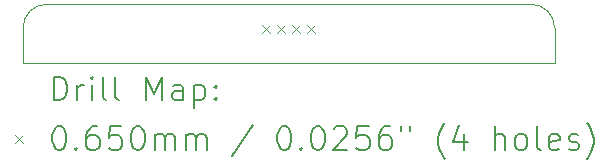
<source format=gbr>
%TF.GenerationSoftware,KiCad,Pcbnew,8.0.7-8.0.7-0~ubuntu24.04.1*%
%TF.CreationDate,2024-12-31T11:03:13-07:00*%
%TF.ProjectId,End Cap,456e6420-4361-4702-9e6b-696361645f70,rev?*%
%TF.SameCoordinates,Original*%
%TF.FileFunction,Drillmap*%
%TF.FilePolarity,Positive*%
%FSLAX45Y45*%
G04 Gerber Fmt 4.5, Leading zero omitted, Abs format (unit mm)*
G04 Created by KiCad (PCBNEW 8.0.7-8.0.7-0~ubuntu24.04.1) date 2024-12-31 11:03:13*
%MOMM*%
%LPD*%
G01*
G04 APERTURE LIST*
%ADD10C,0.050000*%
%ADD11C,0.200000*%
%ADD12C,0.100000*%
G04 APERTURE END LIST*
D10*
X12030000Y-9370000D02*
X12030000Y-9070000D01*
X12230000Y-8870000D02*
X16330000Y-8870000D01*
X16530000Y-9370000D02*
X12030000Y-9370000D01*
X12030000Y-9070000D02*
G75*
G02*
X12230000Y-8870000I200000J0D01*
G01*
X16330000Y-8870000D02*
G75*
G02*
X16530000Y-9070000I0J-200000D01*
G01*
X16530000Y-9070000D02*
X16530000Y-9370000D01*
D11*
D12*
X14056500Y-9047500D02*
X14121500Y-9112500D01*
X14121500Y-9047500D02*
X14056500Y-9112500D01*
X14183500Y-9047500D02*
X14248500Y-9112500D01*
X14248500Y-9047500D02*
X14183500Y-9112500D01*
X14310500Y-9047500D02*
X14375500Y-9112500D01*
X14375500Y-9047500D02*
X14310500Y-9112500D01*
X14437500Y-9047500D02*
X14502500Y-9112500D01*
X14502500Y-9047500D02*
X14437500Y-9112500D01*
D11*
X12288277Y-9683984D02*
X12288277Y-9483984D01*
X12288277Y-9483984D02*
X12335896Y-9483984D01*
X12335896Y-9483984D02*
X12364467Y-9493508D01*
X12364467Y-9493508D02*
X12383515Y-9512555D01*
X12383515Y-9512555D02*
X12393039Y-9531603D01*
X12393039Y-9531603D02*
X12402562Y-9569698D01*
X12402562Y-9569698D02*
X12402562Y-9598270D01*
X12402562Y-9598270D02*
X12393039Y-9636365D01*
X12393039Y-9636365D02*
X12383515Y-9655412D01*
X12383515Y-9655412D02*
X12364467Y-9674460D01*
X12364467Y-9674460D02*
X12335896Y-9683984D01*
X12335896Y-9683984D02*
X12288277Y-9683984D01*
X12488277Y-9683984D02*
X12488277Y-9550650D01*
X12488277Y-9588746D02*
X12497801Y-9569698D01*
X12497801Y-9569698D02*
X12507324Y-9560174D01*
X12507324Y-9560174D02*
X12526372Y-9550650D01*
X12526372Y-9550650D02*
X12545420Y-9550650D01*
X12612086Y-9683984D02*
X12612086Y-9550650D01*
X12612086Y-9483984D02*
X12602562Y-9493508D01*
X12602562Y-9493508D02*
X12612086Y-9503031D01*
X12612086Y-9503031D02*
X12621610Y-9493508D01*
X12621610Y-9493508D02*
X12612086Y-9483984D01*
X12612086Y-9483984D02*
X12612086Y-9503031D01*
X12735896Y-9683984D02*
X12716848Y-9674460D01*
X12716848Y-9674460D02*
X12707324Y-9655412D01*
X12707324Y-9655412D02*
X12707324Y-9483984D01*
X12840658Y-9683984D02*
X12821610Y-9674460D01*
X12821610Y-9674460D02*
X12812086Y-9655412D01*
X12812086Y-9655412D02*
X12812086Y-9483984D01*
X13069229Y-9683984D02*
X13069229Y-9483984D01*
X13069229Y-9483984D02*
X13135896Y-9626841D01*
X13135896Y-9626841D02*
X13202562Y-9483984D01*
X13202562Y-9483984D02*
X13202562Y-9683984D01*
X13383515Y-9683984D02*
X13383515Y-9579222D01*
X13383515Y-9579222D02*
X13373991Y-9560174D01*
X13373991Y-9560174D02*
X13354943Y-9550650D01*
X13354943Y-9550650D02*
X13316848Y-9550650D01*
X13316848Y-9550650D02*
X13297801Y-9560174D01*
X13383515Y-9674460D02*
X13364467Y-9683984D01*
X13364467Y-9683984D02*
X13316848Y-9683984D01*
X13316848Y-9683984D02*
X13297801Y-9674460D01*
X13297801Y-9674460D02*
X13288277Y-9655412D01*
X13288277Y-9655412D02*
X13288277Y-9636365D01*
X13288277Y-9636365D02*
X13297801Y-9617317D01*
X13297801Y-9617317D02*
X13316848Y-9607793D01*
X13316848Y-9607793D02*
X13364467Y-9607793D01*
X13364467Y-9607793D02*
X13383515Y-9598270D01*
X13478753Y-9550650D02*
X13478753Y-9750650D01*
X13478753Y-9560174D02*
X13497801Y-9550650D01*
X13497801Y-9550650D02*
X13535896Y-9550650D01*
X13535896Y-9550650D02*
X13554943Y-9560174D01*
X13554943Y-9560174D02*
X13564467Y-9569698D01*
X13564467Y-9569698D02*
X13573991Y-9588746D01*
X13573991Y-9588746D02*
X13573991Y-9645889D01*
X13573991Y-9645889D02*
X13564467Y-9664936D01*
X13564467Y-9664936D02*
X13554943Y-9674460D01*
X13554943Y-9674460D02*
X13535896Y-9683984D01*
X13535896Y-9683984D02*
X13497801Y-9683984D01*
X13497801Y-9683984D02*
X13478753Y-9674460D01*
X13659705Y-9664936D02*
X13669229Y-9674460D01*
X13669229Y-9674460D02*
X13659705Y-9683984D01*
X13659705Y-9683984D02*
X13650182Y-9674460D01*
X13650182Y-9674460D02*
X13659705Y-9664936D01*
X13659705Y-9664936D02*
X13659705Y-9683984D01*
X13659705Y-9560174D02*
X13669229Y-9569698D01*
X13669229Y-9569698D02*
X13659705Y-9579222D01*
X13659705Y-9579222D02*
X13650182Y-9569698D01*
X13650182Y-9569698D02*
X13659705Y-9560174D01*
X13659705Y-9560174D02*
X13659705Y-9579222D01*
D12*
X11962500Y-9980000D02*
X12027500Y-10045000D01*
X12027500Y-9980000D02*
X11962500Y-10045000D01*
D11*
X12326372Y-9903984D02*
X12345420Y-9903984D01*
X12345420Y-9903984D02*
X12364467Y-9913508D01*
X12364467Y-9913508D02*
X12373991Y-9923031D01*
X12373991Y-9923031D02*
X12383515Y-9942079D01*
X12383515Y-9942079D02*
X12393039Y-9980174D01*
X12393039Y-9980174D02*
X12393039Y-10027793D01*
X12393039Y-10027793D02*
X12383515Y-10065889D01*
X12383515Y-10065889D02*
X12373991Y-10084936D01*
X12373991Y-10084936D02*
X12364467Y-10094460D01*
X12364467Y-10094460D02*
X12345420Y-10103984D01*
X12345420Y-10103984D02*
X12326372Y-10103984D01*
X12326372Y-10103984D02*
X12307324Y-10094460D01*
X12307324Y-10094460D02*
X12297801Y-10084936D01*
X12297801Y-10084936D02*
X12288277Y-10065889D01*
X12288277Y-10065889D02*
X12278753Y-10027793D01*
X12278753Y-10027793D02*
X12278753Y-9980174D01*
X12278753Y-9980174D02*
X12288277Y-9942079D01*
X12288277Y-9942079D02*
X12297801Y-9923031D01*
X12297801Y-9923031D02*
X12307324Y-9913508D01*
X12307324Y-9913508D02*
X12326372Y-9903984D01*
X12478753Y-10084936D02*
X12488277Y-10094460D01*
X12488277Y-10094460D02*
X12478753Y-10103984D01*
X12478753Y-10103984D02*
X12469229Y-10094460D01*
X12469229Y-10094460D02*
X12478753Y-10084936D01*
X12478753Y-10084936D02*
X12478753Y-10103984D01*
X12659705Y-9903984D02*
X12621610Y-9903984D01*
X12621610Y-9903984D02*
X12602562Y-9913508D01*
X12602562Y-9913508D02*
X12593039Y-9923031D01*
X12593039Y-9923031D02*
X12573991Y-9951603D01*
X12573991Y-9951603D02*
X12564467Y-9989698D01*
X12564467Y-9989698D02*
X12564467Y-10065889D01*
X12564467Y-10065889D02*
X12573991Y-10084936D01*
X12573991Y-10084936D02*
X12583515Y-10094460D01*
X12583515Y-10094460D02*
X12602562Y-10103984D01*
X12602562Y-10103984D02*
X12640658Y-10103984D01*
X12640658Y-10103984D02*
X12659705Y-10094460D01*
X12659705Y-10094460D02*
X12669229Y-10084936D01*
X12669229Y-10084936D02*
X12678753Y-10065889D01*
X12678753Y-10065889D02*
X12678753Y-10018270D01*
X12678753Y-10018270D02*
X12669229Y-9999222D01*
X12669229Y-9999222D02*
X12659705Y-9989698D01*
X12659705Y-9989698D02*
X12640658Y-9980174D01*
X12640658Y-9980174D02*
X12602562Y-9980174D01*
X12602562Y-9980174D02*
X12583515Y-9989698D01*
X12583515Y-9989698D02*
X12573991Y-9999222D01*
X12573991Y-9999222D02*
X12564467Y-10018270D01*
X12859705Y-9903984D02*
X12764467Y-9903984D01*
X12764467Y-9903984D02*
X12754943Y-9999222D01*
X12754943Y-9999222D02*
X12764467Y-9989698D01*
X12764467Y-9989698D02*
X12783515Y-9980174D01*
X12783515Y-9980174D02*
X12831134Y-9980174D01*
X12831134Y-9980174D02*
X12850182Y-9989698D01*
X12850182Y-9989698D02*
X12859705Y-9999222D01*
X12859705Y-9999222D02*
X12869229Y-10018270D01*
X12869229Y-10018270D02*
X12869229Y-10065889D01*
X12869229Y-10065889D02*
X12859705Y-10084936D01*
X12859705Y-10084936D02*
X12850182Y-10094460D01*
X12850182Y-10094460D02*
X12831134Y-10103984D01*
X12831134Y-10103984D02*
X12783515Y-10103984D01*
X12783515Y-10103984D02*
X12764467Y-10094460D01*
X12764467Y-10094460D02*
X12754943Y-10084936D01*
X12993039Y-9903984D02*
X13012086Y-9903984D01*
X13012086Y-9903984D02*
X13031134Y-9913508D01*
X13031134Y-9913508D02*
X13040658Y-9923031D01*
X13040658Y-9923031D02*
X13050182Y-9942079D01*
X13050182Y-9942079D02*
X13059705Y-9980174D01*
X13059705Y-9980174D02*
X13059705Y-10027793D01*
X13059705Y-10027793D02*
X13050182Y-10065889D01*
X13050182Y-10065889D02*
X13040658Y-10084936D01*
X13040658Y-10084936D02*
X13031134Y-10094460D01*
X13031134Y-10094460D02*
X13012086Y-10103984D01*
X13012086Y-10103984D02*
X12993039Y-10103984D01*
X12993039Y-10103984D02*
X12973991Y-10094460D01*
X12973991Y-10094460D02*
X12964467Y-10084936D01*
X12964467Y-10084936D02*
X12954943Y-10065889D01*
X12954943Y-10065889D02*
X12945420Y-10027793D01*
X12945420Y-10027793D02*
X12945420Y-9980174D01*
X12945420Y-9980174D02*
X12954943Y-9942079D01*
X12954943Y-9942079D02*
X12964467Y-9923031D01*
X12964467Y-9923031D02*
X12973991Y-9913508D01*
X12973991Y-9913508D02*
X12993039Y-9903984D01*
X13145420Y-10103984D02*
X13145420Y-9970650D01*
X13145420Y-9989698D02*
X13154943Y-9980174D01*
X13154943Y-9980174D02*
X13173991Y-9970650D01*
X13173991Y-9970650D02*
X13202563Y-9970650D01*
X13202563Y-9970650D02*
X13221610Y-9980174D01*
X13221610Y-9980174D02*
X13231134Y-9999222D01*
X13231134Y-9999222D02*
X13231134Y-10103984D01*
X13231134Y-9999222D02*
X13240658Y-9980174D01*
X13240658Y-9980174D02*
X13259705Y-9970650D01*
X13259705Y-9970650D02*
X13288277Y-9970650D01*
X13288277Y-9970650D02*
X13307324Y-9980174D01*
X13307324Y-9980174D02*
X13316848Y-9999222D01*
X13316848Y-9999222D02*
X13316848Y-10103984D01*
X13412086Y-10103984D02*
X13412086Y-9970650D01*
X13412086Y-9989698D02*
X13421610Y-9980174D01*
X13421610Y-9980174D02*
X13440658Y-9970650D01*
X13440658Y-9970650D02*
X13469229Y-9970650D01*
X13469229Y-9970650D02*
X13488277Y-9980174D01*
X13488277Y-9980174D02*
X13497801Y-9999222D01*
X13497801Y-9999222D02*
X13497801Y-10103984D01*
X13497801Y-9999222D02*
X13507324Y-9980174D01*
X13507324Y-9980174D02*
X13526372Y-9970650D01*
X13526372Y-9970650D02*
X13554943Y-9970650D01*
X13554943Y-9970650D02*
X13573991Y-9980174D01*
X13573991Y-9980174D02*
X13583515Y-9999222D01*
X13583515Y-9999222D02*
X13583515Y-10103984D01*
X13973991Y-9894460D02*
X13802563Y-10151603D01*
X14231134Y-9903984D02*
X14250182Y-9903984D01*
X14250182Y-9903984D02*
X14269229Y-9913508D01*
X14269229Y-9913508D02*
X14278753Y-9923031D01*
X14278753Y-9923031D02*
X14288277Y-9942079D01*
X14288277Y-9942079D02*
X14297801Y-9980174D01*
X14297801Y-9980174D02*
X14297801Y-10027793D01*
X14297801Y-10027793D02*
X14288277Y-10065889D01*
X14288277Y-10065889D02*
X14278753Y-10084936D01*
X14278753Y-10084936D02*
X14269229Y-10094460D01*
X14269229Y-10094460D02*
X14250182Y-10103984D01*
X14250182Y-10103984D02*
X14231134Y-10103984D01*
X14231134Y-10103984D02*
X14212086Y-10094460D01*
X14212086Y-10094460D02*
X14202563Y-10084936D01*
X14202563Y-10084936D02*
X14193039Y-10065889D01*
X14193039Y-10065889D02*
X14183515Y-10027793D01*
X14183515Y-10027793D02*
X14183515Y-9980174D01*
X14183515Y-9980174D02*
X14193039Y-9942079D01*
X14193039Y-9942079D02*
X14202563Y-9923031D01*
X14202563Y-9923031D02*
X14212086Y-9913508D01*
X14212086Y-9913508D02*
X14231134Y-9903984D01*
X14383515Y-10084936D02*
X14393039Y-10094460D01*
X14393039Y-10094460D02*
X14383515Y-10103984D01*
X14383515Y-10103984D02*
X14373991Y-10094460D01*
X14373991Y-10094460D02*
X14383515Y-10084936D01*
X14383515Y-10084936D02*
X14383515Y-10103984D01*
X14516848Y-9903984D02*
X14535896Y-9903984D01*
X14535896Y-9903984D02*
X14554944Y-9913508D01*
X14554944Y-9913508D02*
X14564467Y-9923031D01*
X14564467Y-9923031D02*
X14573991Y-9942079D01*
X14573991Y-9942079D02*
X14583515Y-9980174D01*
X14583515Y-9980174D02*
X14583515Y-10027793D01*
X14583515Y-10027793D02*
X14573991Y-10065889D01*
X14573991Y-10065889D02*
X14564467Y-10084936D01*
X14564467Y-10084936D02*
X14554944Y-10094460D01*
X14554944Y-10094460D02*
X14535896Y-10103984D01*
X14535896Y-10103984D02*
X14516848Y-10103984D01*
X14516848Y-10103984D02*
X14497801Y-10094460D01*
X14497801Y-10094460D02*
X14488277Y-10084936D01*
X14488277Y-10084936D02*
X14478753Y-10065889D01*
X14478753Y-10065889D02*
X14469229Y-10027793D01*
X14469229Y-10027793D02*
X14469229Y-9980174D01*
X14469229Y-9980174D02*
X14478753Y-9942079D01*
X14478753Y-9942079D02*
X14488277Y-9923031D01*
X14488277Y-9923031D02*
X14497801Y-9913508D01*
X14497801Y-9913508D02*
X14516848Y-9903984D01*
X14659706Y-9923031D02*
X14669229Y-9913508D01*
X14669229Y-9913508D02*
X14688277Y-9903984D01*
X14688277Y-9903984D02*
X14735896Y-9903984D01*
X14735896Y-9903984D02*
X14754944Y-9913508D01*
X14754944Y-9913508D02*
X14764467Y-9923031D01*
X14764467Y-9923031D02*
X14773991Y-9942079D01*
X14773991Y-9942079D02*
X14773991Y-9961127D01*
X14773991Y-9961127D02*
X14764467Y-9989698D01*
X14764467Y-9989698D02*
X14650182Y-10103984D01*
X14650182Y-10103984D02*
X14773991Y-10103984D01*
X14954944Y-9903984D02*
X14859706Y-9903984D01*
X14859706Y-9903984D02*
X14850182Y-9999222D01*
X14850182Y-9999222D02*
X14859706Y-9989698D01*
X14859706Y-9989698D02*
X14878753Y-9980174D01*
X14878753Y-9980174D02*
X14926372Y-9980174D01*
X14926372Y-9980174D02*
X14945420Y-9989698D01*
X14945420Y-9989698D02*
X14954944Y-9999222D01*
X14954944Y-9999222D02*
X14964467Y-10018270D01*
X14964467Y-10018270D02*
X14964467Y-10065889D01*
X14964467Y-10065889D02*
X14954944Y-10084936D01*
X14954944Y-10084936D02*
X14945420Y-10094460D01*
X14945420Y-10094460D02*
X14926372Y-10103984D01*
X14926372Y-10103984D02*
X14878753Y-10103984D01*
X14878753Y-10103984D02*
X14859706Y-10094460D01*
X14859706Y-10094460D02*
X14850182Y-10084936D01*
X15135896Y-9903984D02*
X15097801Y-9903984D01*
X15097801Y-9903984D02*
X15078753Y-9913508D01*
X15078753Y-9913508D02*
X15069229Y-9923031D01*
X15069229Y-9923031D02*
X15050182Y-9951603D01*
X15050182Y-9951603D02*
X15040658Y-9989698D01*
X15040658Y-9989698D02*
X15040658Y-10065889D01*
X15040658Y-10065889D02*
X15050182Y-10084936D01*
X15050182Y-10084936D02*
X15059706Y-10094460D01*
X15059706Y-10094460D02*
X15078753Y-10103984D01*
X15078753Y-10103984D02*
X15116848Y-10103984D01*
X15116848Y-10103984D02*
X15135896Y-10094460D01*
X15135896Y-10094460D02*
X15145420Y-10084936D01*
X15145420Y-10084936D02*
X15154944Y-10065889D01*
X15154944Y-10065889D02*
X15154944Y-10018270D01*
X15154944Y-10018270D02*
X15145420Y-9999222D01*
X15145420Y-9999222D02*
X15135896Y-9989698D01*
X15135896Y-9989698D02*
X15116848Y-9980174D01*
X15116848Y-9980174D02*
X15078753Y-9980174D01*
X15078753Y-9980174D02*
X15059706Y-9989698D01*
X15059706Y-9989698D02*
X15050182Y-9999222D01*
X15050182Y-9999222D02*
X15040658Y-10018270D01*
X15231134Y-9903984D02*
X15231134Y-9942079D01*
X15307325Y-9903984D02*
X15307325Y-9942079D01*
X15602563Y-10180174D02*
X15593039Y-10170650D01*
X15593039Y-10170650D02*
X15573991Y-10142079D01*
X15573991Y-10142079D02*
X15564468Y-10123031D01*
X15564468Y-10123031D02*
X15554944Y-10094460D01*
X15554944Y-10094460D02*
X15545420Y-10046841D01*
X15545420Y-10046841D02*
X15545420Y-10008746D01*
X15545420Y-10008746D02*
X15554944Y-9961127D01*
X15554944Y-9961127D02*
X15564468Y-9932555D01*
X15564468Y-9932555D02*
X15573991Y-9913508D01*
X15573991Y-9913508D02*
X15593039Y-9884936D01*
X15593039Y-9884936D02*
X15602563Y-9875412D01*
X15764468Y-9970650D02*
X15764468Y-10103984D01*
X15716848Y-9894460D02*
X15669229Y-10037317D01*
X15669229Y-10037317D02*
X15793039Y-10037317D01*
X16021610Y-10103984D02*
X16021610Y-9903984D01*
X16107325Y-10103984D02*
X16107325Y-9999222D01*
X16107325Y-9999222D02*
X16097801Y-9980174D01*
X16097801Y-9980174D02*
X16078753Y-9970650D01*
X16078753Y-9970650D02*
X16050182Y-9970650D01*
X16050182Y-9970650D02*
X16031134Y-9980174D01*
X16031134Y-9980174D02*
X16021610Y-9989698D01*
X16231134Y-10103984D02*
X16212087Y-10094460D01*
X16212087Y-10094460D02*
X16202563Y-10084936D01*
X16202563Y-10084936D02*
X16193039Y-10065889D01*
X16193039Y-10065889D02*
X16193039Y-10008746D01*
X16193039Y-10008746D02*
X16202563Y-9989698D01*
X16202563Y-9989698D02*
X16212087Y-9980174D01*
X16212087Y-9980174D02*
X16231134Y-9970650D01*
X16231134Y-9970650D02*
X16259706Y-9970650D01*
X16259706Y-9970650D02*
X16278753Y-9980174D01*
X16278753Y-9980174D02*
X16288277Y-9989698D01*
X16288277Y-9989698D02*
X16297801Y-10008746D01*
X16297801Y-10008746D02*
X16297801Y-10065889D01*
X16297801Y-10065889D02*
X16288277Y-10084936D01*
X16288277Y-10084936D02*
X16278753Y-10094460D01*
X16278753Y-10094460D02*
X16259706Y-10103984D01*
X16259706Y-10103984D02*
X16231134Y-10103984D01*
X16412087Y-10103984D02*
X16393039Y-10094460D01*
X16393039Y-10094460D02*
X16383515Y-10075412D01*
X16383515Y-10075412D02*
X16383515Y-9903984D01*
X16564468Y-10094460D02*
X16545420Y-10103984D01*
X16545420Y-10103984D02*
X16507325Y-10103984D01*
X16507325Y-10103984D02*
X16488277Y-10094460D01*
X16488277Y-10094460D02*
X16478753Y-10075412D01*
X16478753Y-10075412D02*
X16478753Y-9999222D01*
X16478753Y-9999222D02*
X16488277Y-9980174D01*
X16488277Y-9980174D02*
X16507325Y-9970650D01*
X16507325Y-9970650D02*
X16545420Y-9970650D01*
X16545420Y-9970650D02*
X16564468Y-9980174D01*
X16564468Y-9980174D02*
X16573991Y-9999222D01*
X16573991Y-9999222D02*
X16573991Y-10018270D01*
X16573991Y-10018270D02*
X16478753Y-10037317D01*
X16650182Y-10094460D02*
X16669230Y-10103984D01*
X16669230Y-10103984D02*
X16707325Y-10103984D01*
X16707325Y-10103984D02*
X16726372Y-10094460D01*
X16726372Y-10094460D02*
X16735896Y-10075412D01*
X16735896Y-10075412D02*
X16735896Y-10065889D01*
X16735896Y-10065889D02*
X16726372Y-10046841D01*
X16726372Y-10046841D02*
X16707325Y-10037317D01*
X16707325Y-10037317D02*
X16678753Y-10037317D01*
X16678753Y-10037317D02*
X16659706Y-10027793D01*
X16659706Y-10027793D02*
X16650182Y-10008746D01*
X16650182Y-10008746D02*
X16650182Y-9999222D01*
X16650182Y-9999222D02*
X16659706Y-9980174D01*
X16659706Y-9980174D02*
X16678753Y-9970650D01*
X16678753Y-9970650D02*
X16707325Y-9970650D01*
X16707325Y-9970650D02*
X16726372Y-9980174D01*
X16802563Y-10180174D02*
X16812087Y-10170650D01*
X16812087Y-10170650D02*
X16831134Y-10142079D01*
X16831134Y-10142079D02*
X16840658Y-10123031D01*
X16840658Y-10123031D02*
X16850182Y-10094460D01*
X16850182Y-10094460D02*
X16859706Y-10046841D01*
X16859706Y-10046841D02*
X16859706Y-10008746D01*
X16859706Y-10008746D02*
X16850182Y-9961127D01*
X16850182Y-9961127D02*
X16840658Y-9932555D01*
X16840658Y-9932555D02*
X16831134Y-9913508D01*
X16831134Y-9913508D02*
X16812087Y-9884936D01*
X16812087Y-9884936D02*
X16802563Y-9875412D01*
M02*

</source>
